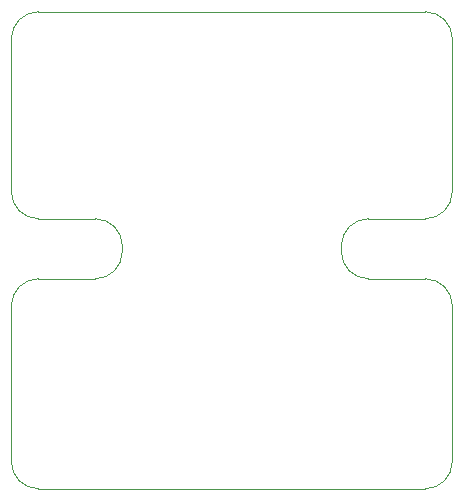
<source format=gbr>
G04 #@! TF.GenerationSoftware,KiCad,Pcbnew,5.1.6-c6e7f7d~86~ubuntu18.04.1*
G04 #@! TF.CreationDate,2021-05-10T20:55:15-07:00*
G04 #@! TF.ProjectId,usb_pmod,7573625f-706d-46f6-942e-6b696361645f,rev?*
G04 #@! TF.SameCoordinates,Original*
G04 #@! TF.FileFunction,Profile,NP*
%FSLAX46Y46*%
G04 Gerber Fmt 4.6, Leading zero omitted, Abs format (unit mm)*
G04 Created by KiCad (PCBNEW 5.1.6-c6e7f7d~86~ubuntu18.04.1) date 2021-05-10 20:55:15*
%MOMM*%
%LPD*%
G01*
G04 APERTURE LIST*
G04 #@! TA.AperFunction,Profile*
%ADD10C,0.050000*%
G04 #@! TD*
G04 APERTURE END LIST*
D10*
X83566000Y-108966000D02*
G75*
G02*
X81280000Y-106680000I0J2286000D01*
G01*
X81280000Y-93472000D02*
G75*
G02*
X83566000Y-91186000I2286000J0D01*
G01*
X83566000Y-86106000D02*
G75*
G02*
X81280000Y-83820000I0J2286000D01*
G01*
X81280000Y-70866000D02*
G75*
G02*
X83566000Y-68580000I2286000J0D01*
G01*
X116332000Y-91186000D02*
G75*
G02*
X118618000Y-93472000I0J-2286000D01*
G01*
X116332000Y-68580000D02*
G75*
G02*
X118618000Y-70866000I0J-2286000D01*
G01*
X118618000Y-106680000D02*
G75*
G02*
X116332000Y-108966000I-2286000J0D01*
G01*
X118618000Y-83820000D02*
G75*
G02*
X116332000Y-86106000I-2286000J0D01*
G01*
X109220000Y-88900000D02*
X109220000Y-88392000D01*
X109220000Y-88392000D02*
G75*
G02*
X111506000Y-86106000I2286000J0D01*
G01*
X111506000Y-91186000D02*
G75*
G02*
X109220000Y-88900000I0J2286000D01*
G01*
X90678000Y-88900000D02*
X90678000Y-88392000D01*
X116332000Y-91186000D02*
X111506000Y-91186000D01*
X88392000Y-91186000D02*
X83566000Y-91186000D01*
X90678000Y-88900000D02*
G75*
G02*
X88392000Y-91186000I-2286000J0D01*
G01*
X88392000Y-86106000D02*
G75*
G02*
X90678000Y-88392000I0J-2286000D01*
G01*
X116332000Y-86106000D02*
X111506000Y-86106000D01*
X118618000Y-106680000D02*
X118618000Y-93472000D01*
X81280000Y-106680000D02*
X81280000Y-93472000D01*
X88392000Y-86106000D02*
X83566000Y-86106000D01*
X118618000Y-83820000D02*
X118618000Y-70866000D01*
X81280000Y-83820000D02*
X81280000Y-70866000D01*
X116332000Y-108966000D02*
X83566000Y-108966000D01*
X83566000Y-68580000D02*
X116332000Y-68580000D01*
M02*

</source>
